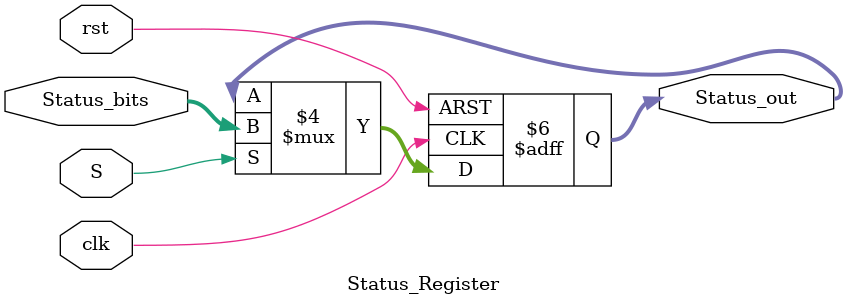
<source format=v>
module Status_Register(
    input clk, rst,
    input [3:0] Status_bits,
    input S,
    output reg [3:0] Status_out
);

always @(negedge clk, posedge rst) begin
    if (rst == 1'b1)
        Status_out <= 4'b0;
    else if (S == 1'b1)
        Status_out <= Status_bits;
end

endmodule

</source>
